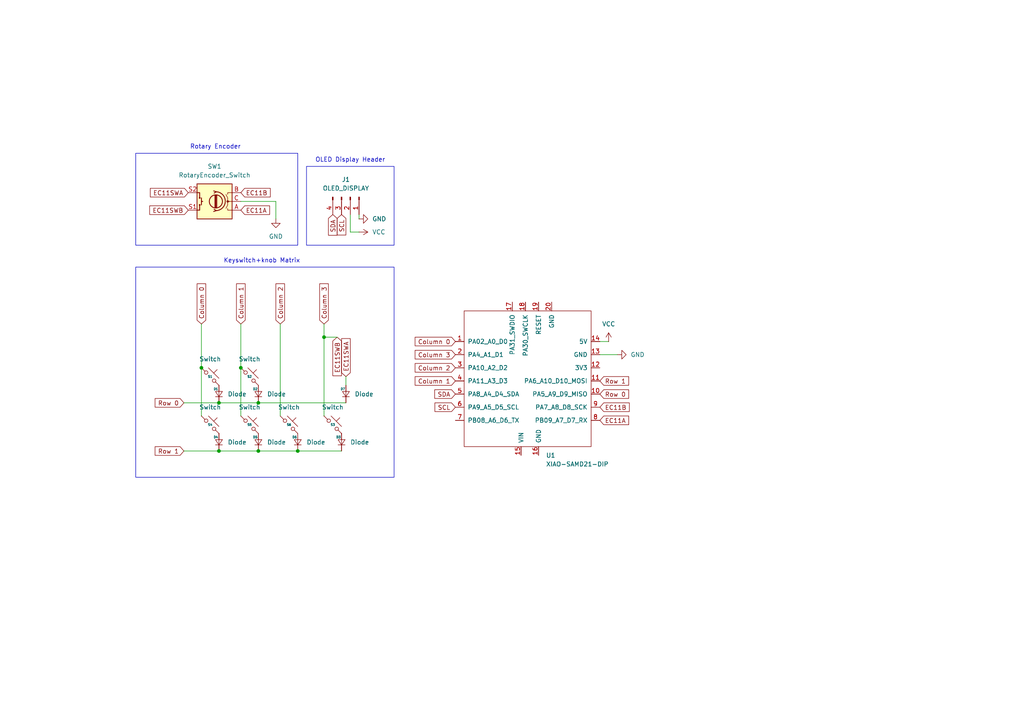
<source format=kicad_sch>
(kicad_sch
	(version 20250114)
	(generator "eeschema")
	(generator_version "9.0")
	(uuid "d2410c98-db6a-4653-9d0f-ec25b8da0a60")
	(paper "A4")
	(lib_symbols
		(symbol "Connector:Conn_01x04_Pin"
			(pin_names
				(offset 1.016)
				(hide yes)
			)
			(exclude_from_sim no)
			(in_bom yes)
			(on_board yes)
			(property "Reference" "J"
				(at 0 5.08 0)
				(effects
					(font
						(size 1.27 1.27)
					)
				)
			)
			(property "Value" "Conn_01x04_Pin"
				(at 0 -7.62 0)
				(effects
					(font
						(size 1.27 1.27)
					)
				)
			)
			(property "Footprint" ""
				(at 0 0 0)
				(effects
					(font
						(size 1.27 1.27)
					)
					(hide yes)
				)
			)
			(property "Datasheet" "~"
				(at 0 0 0)
				(effects
					(font
						(size 1.27 1.27)
					)
					(hide yes)
				)
			)
			(property "Description" "Generic connector, single row, 01x04, script generated"
				(at 0 0 0)
				(effects
					(font
						(size 1.27 1.27)
					)
					(hide yes)
				)
			)
			(property "ki_locked" ""
				(at 0 0 0)
				(effects
					(font
						(size 1.27 1.27)
					)
				)
			)
			(property "ki_keywords" "connector"
				(at 0 0 0)
				(effects
					(font
						(size 1.27 1.27)
					)
					(hide yes)
				)
			)
			(property "ki_fp_filters" "Connector*:*_1x??_*"
				(at 0 0 0)
				(effects
					(font
						(size 1.27 1.27)
					)
					(hide yes)
				)
			)
			(symbol "Conn_01x04_Pin_1_1"
				(rectangle
					(start 0.8636 2.667)
					(end 0 2.413)
					(stroke
						(width 0.1524)
						(type default)
					)
					(fill
						(type outline)
					)
				)
				(rectangle
					(start 0.8636 0.127)
					(end 0 -0.127)
					(stroke
						(width 0.1524)
						(type default)
					)
					(fill
						(type outline)
					)
				)
				(rectangle
					(start 0.8636 -2.413)
					(end 0 -2.667)
					(stroke
						(width 0.1524)
						(type default)
					)
					(fill
						(type outline)
					)
				)
				(rectangle
					(start 0.8636 -4.953)
					(end 0 -5.207)
					(stroke
						(width 0.1524)
						(type default)
					)
					(fill
						(type outline)
					)
				)
				(polyline
					(pts
						(xy 1.27 2.54) (xy 0.8636 2.54)
					)
					(stroke
						(width 0.1524)
						(type default)
					)
					(fill
						(type none)
					)
				)
				(polyline
					(pts
						(xy 1.27 0) (xy 0.8636 0)
					)
					(stroke
						(width 0.1524)
						(type default)
					)
					(fill
						(type none)
					)
				)
				(polyline
					(pts
						(xy 1.27 -2.54) (xy 0.8636 -2.54)
					)
					(stroke
						(width 0.1524)
						(type default)
					)
					(fill
						(type none)
					)
				)
				(polyline
					(pts
						(xy 1.27 -5.08) (xy 0.8636 -5.08)
					)
					(stroke
						(width 0.1524)
						(type default)
					)
					(fill
						(type none)
					)
				)
				(pin passive line
					(at 5.08 2.54 180)
					(length 3.81)
					(name "Pin_1"
						(effects
							(font
								(size 1.27 1.27)
							)
						)
					)
					(number "1"
						(effects
							(font
								(size 1.27 1.27)
							)
						)
					)
				)
				(pin passive line
					(at 5.08 0 180)
					(length 3.81)
					(name "Pin_2"
						(effects
							(font
								(size 1.27 1.27)
							)
						)
					)
					(number "2"
						(effects
							(font
								(size 1.27 1.27)
							)
						)
					)
				)
				(pin passive line
					(at 5.08 -2.54 180)
					(length 3.81)
					(name "Pin_3"
						(effects
							(font
								(size 1.27 1.27)
							)
						)
					)
					(number "3"
						(effects
							(font
								(size 1.27 1.27)
							)
						)
					)
				)
				(pin passive line
					(at 5.08 -5.08 180)
					(length 3.81)
					(name "Pin_4"
						(effects
							(font
								(size 1.27 1.27)
							)
						)
					)
					(number "4"
						(effects
							(font
								(size 1.27 1.27)
							)
						)
					)
				)
			)
			(embedded_fonts no)
		)
		(symbol "Device:RotaryEncoder_Switch"
			(pin_names
				(offset 0.254)
				(hide yes)
			)
			(exclude_from_sim no)
			(in_bom yes)
			(on_board yes)
			(property "Reference" "SW"
				(at 0 6.604 0)
				(effects
					(font
						(size 1.27 1.27)
					)
				)
			)
			(property "Value" "RotaryEncoder_Switch"
				(at 0 -6.604 0)
				(effects
					(font
						(size 1.27 1.27)
					)
				)
			)
			(property "Footprint" ""
				(at -3.81 4.064 0)
				(effects
					(font
						(size 1.27 1.27)
					)
					(hide yes)
				)
			)
			(property "Datasheet" "~"
				(at 0 6.604 0)
				(effects
					(font
						(size 1.27 1.27)
					)
					(hide yes)
				)
			)
			(property "Description" "Rotary encoder, dual channel, incremental quadrate outputs, with switch"
				(at 0 0 0)
				(effects
					(font
						(size 1.27 1.27)
					)
					(hide yes)
				)
			)
			(property "ki_keywords" "rotary switch encoder switch push button"
				(at 0 0 0)
				(effects
					(font
						(size 1.27 1.27)
					)
					(hide yes)
				)
			)
			(property "ki_fp_filters" "RotaryEncoder*Switch*"
				(at 0 0 0)
				(effects
					(font
						(size 1.27 1.27)
					)
					(hide yes)
				)
			)
			(symbol "RotaryEncoder_Switch_0_1"
				(rectangle
					(start -5.08 5.08)
					(end 5.08 -5.08)
					(stroke
						(width 0.254)
						(type default)
					)
					(fill
						(type background)
					)
				)
				(polyline
					(pts
						(xy -5.08 2.54) (xy -3.81 2.54) (xy -3.81 2.032)
					)
					(stroke
						(width 0)
						(type default)
					)
					(fill
						(type none)
					)
				)
				(polyline
					(pts
						(xy -5.08 0) (xy -3.81 0) (xy -3.81 -1.016) (xy -3.302 -2.032)
					)
					(stroke
						(width 0)
						(type default)
					)
					(fill
						(type none)
					)
				)
				(polyline
					(pts
						(xy -5.08 -2.54) (xy -3.81 -2.54) (xy -3.81 -2.032)
					)
					(stroke
						(width 0)
						(type default)
					)
					(fill
						(type none)
					)
				)
				(polyline
					(pts
						(xy -4.318 0) (xy -3.81 0) (xy -3.81 1.016) (xy -3.302 2.032)
					)
					(stroke
						(width 0)
						(type default)
					)
					(fill
						(type none)
					)
				)
				(circle
					(center -3.81 0)
					(radius 0.254)
					(stroke
						(width 0)
						(type default)
					)
					(fill
						(type outline)
					)
				)
				(polyline
					(pts
						(xy -0.635 -1.778) (xy -0.635 1.778)
					)
					(stroke
						(width 0.254)
						(type default)
					)
					(fill
						(type none)
					)
				)
				(circle
					(center -0.381 0)
					(radius 1.905)
					(stroke
						(width 0.254)
						(type default)
					)
					(fill
						(type none)
					)
				)
				(polyline
					(pts
						(xy -0.381 -1.778) (xy -0.381 1.778)
					)
					(stroke
						(width 0.254)
						(type default)
					)
					(fill
						(type none)
					)
				)
				(arc
					(start -0.381 -2.794)
					(mid -3.0988 -0.0635)
					(end -0.381 2.667)
					(stroke
						(width 0.254)
						(type default)
					)
					(fill
						(type none)
					)
				)
				(polyline
					(pts
						(xy -0.127 1.778) (xy -0.127 -1.778)
					)
					(stroke
						(width 0.254)
						(type default)
					)
					(fill
						(type none)
					)
				)
				(polyline
					(pts
						(xy 0.254 2.921) (xy -0.508 2.667) (xy 0.127 2.286)
					)
					(stroke
						(width 0.254)
						(type default)
					)
					(fill
						(type none)
					)
				)
				(polyline
					(pts
						(xy 0.254 -3.048) (xy -0.508 -2.794) (xy 0.127 -2.413)
					)
					(stroke
						(width 0.254)
						(type default)
					)
					(fill
						(type none)
					)
				)
				(polyline
					(pts
						(xy 3.81 1.016) (xy 3.81 -1.016)
					)
					(stroke
						(width 0.254)
						(type default)
					)
					(fill
						(type none)
					)
				)
				(polyline
					(pts
						(xy 3.81 0) (xy 3.429 0)
					)
					(stroke
						(width 0.254)
						(type default)
					)
					(fill
						(type none)
					)
				)
				(circle
					(center 4.318 1.016)
					(radius 0.127)
					(stroke
						(width 0.254)
						(type default)
					)
					(fill
						(type none)
					)
				)
				(circle
					(center 4.318 -1.016)
					(radius 0.127)
					(stroke
						(width 0.254)
						(type default)
					)
					(fill
						(type none)
					)
				)
				(polyline
					(pts
						(xy 5.08 2.54) (xy 4.318 2.54) (xy 4.318 1.016)
					)
					(stroke
						(width 0.254)
						(type default)
					)
					(fill
						(type none)
					)
				)
				(polyline
					(pts
						(xy 5.08 -2.54) (xy 4.318 -2.54) (xy 4.318 -1.016)
					)
					(stroke
						(width 0.254)
						(type default)
					)
					(fill
						(type none)
					)
				)
			)
			(symbol "RotaryEncoder_Switch_1_1"
				(pin passive line
					(at -7.62 2.54 0)
					(length 2.54)
					(name "A"
						(effects
							(font
								(size 1.27 1.27)
							)
						)
					)
					(number "A"
						(effects
							(font
								(size 1.27 1.27)
							)
						)
					)
				)
				(pin passive line
					(at -7.62 0 0)
					(length 2.54)
					(name "C"
						(effects
							(font
								(size 1.27 1.27)
							)
						)
					)
					(number "C"
						(effects
							(font
								(size 1.27 1.27)
							)
						)
					)
				)
				(pin passive line
					(at -7.62 -2.54 0)
					(length 2.54)
					(name "B"
						(effects
							(font
								(size 1.27 1.27)
							)
						)
					)
					(number "B"
						(effects
							(font
								(size 1.27 1.27)
							)
						)
					)
				)
				(pin passive line
					(at 7.62 2.54 180)
					(length 2.54)
					(name "S1"
						(effects
							(font
								(size 1.27 1.27)
							)
						)
					)
					(number "S1"
						(effects
							(font
								(size 1.27 1.27)
							)
						)
					)
				)
				(pin passive line
					(at 7.62 -2.54 180)
					(length 2.54)
					(name "S2"
						(effects
							(font
								(size 1.27 1.27)
							)
						)
					)
					(number "S2"
						(effects
							(font
								(size 1.27 1.27)
							)
						)
					)
				)
			)
			(embedded_fonts no)
		)
		(symbol "ScottoKeebs:Placeholder_Diode"
			(pin_numbers
				(hide yes)
			)
			(pin_names
				(hide yes)
			)
			(exclude_from_sim no)
			(in_bom yes)
			(on_board yes)
			(property "Reference" "D"
				(at -0.15 1.066 0)
				(do_not_autoplace)
				(effects
					(font
						(size 0.635 0.635)
						(thickness 0.127)
						(bold yes)
					)
					(justify right bottom)
				)
			)
			(property "Value" ""
				(at 2.54 0 90)
				(effects
					(font
						(size 1.27 1.27)
					)
				)
			)
			(property "Footprint" ""
				(at 0 0 90)
				(effects
					(font
						(size 1.27 1.27)
					)
					(hide yes)
				)
			)
			(property "Datasheet" ""
				(at 0 0 90)
				(effects
					(font
						(size 1.27 1.27)
					)
					(hide yes)
				)
			)
			(property "Description" ""
				(at 3.81 0 90)
				(effects
					(font
						(size 1.27 1.27)
					)
					(hide yes)
				)
			)
			(property "ki_keywords" "diode"
				(at 0 0 0)
				(effects
					(font
						(size 1.27 1.27)
					)
					(hide yes)
				)
			)
			(property "ki_fp_filters" "D*DO?35*"
				(at 0 0 0)
				(effects
					(font
						(size 1.27 1.27)
					)
					(hide yes)
				)
			)
			(symbol "Placeholder_Diode_0_1"
				(polyline
					(pts
						(xy 0 -0.762) (xy 0 0.762)
					)
					(stroke
						(width 0)
						(type default)
					)
					(fill
						(type none)
					)
				)
			)
			(symbol "Placeholder_Diode_1_1"
				(polyline
					(pts
						(xy 1.016 0.762) (xy 0 -0.762) (xy -1.016 0.762) (xy 1.016 0.762)
					)
					(stroke
						(width 0.1524)
						(type default)
					)
					(fill
						(type none)
					)
				)
				(polyline
					(pts
						(xy 1.016 -0.762) (xy -1.016 -0.762)
					)
					(stroke
						(width 0.1524)
						(type default)
					)
					(fill
						(type none)
					)
				)
				(pin passive line
					(at 0 2.54 270)
					(length 1.778)
					(name "A"
						(effects
							(font
								(size 1.27 1.27)
							)
						)
					)
					(number "2"
						(effects
							(font
								(size 1.27 1.27)
							)
						)
					)
				)
				(pin passive line
					(at 0 -2.54 90)
					(length 1.778)
					(name "K"
						(effects
							(font
								(size 1.27 1.27)
							)
						)
					)
					(number "1"
						(effects
							(font
								(size 1.27 1.27)
							)
						)
					)
				)
			)
			(embedded_fonts no)
		)
		(symbol "ScottoKeebs:Placeholder_Keyswitch"
			(pin_numbers
				(hide yes)
			)
			(pin_names
				(offset 1.016)
				(hide yes)
			)
			(exclude_from_sim no)
			(in_bom yes)
			(on_board yes)
			(property "Reference" "S"
				(at 0 0 0)
				(do_not_autoplace)
				(effects
					(font
						(size 0.635 0.635)
						(thickness 0.127)
						(bold yes)
					)
				)
			)
			(property "Value" ""
				(at 0 -3.81 0)
				(effects
					(font
						(size 1.27 1.27)
					)
				)
			)
			(property "Footprint" ""
				(at 0 0 0)
				(effects
					(font
						(size 1.27 1.27)
					)
					(hide yes)
				)
			)
			(property "Datasheet" ""
				(at -2.54 -1.778 0)
				(effects
					(font
						(size 1.27 1.27)
					)
					(hide yes)
				)
			)
			(property "Description" ""
				(at 0 0 0)
				(effects
					(font
						(size 1.27 1.27)
					)
					(hide yes)
				)
			)
			(property "ki_keywords" "switch normally-open pushbutton push-button"
				(at 0 0 0)
				(effects
					(font
						(size 1.27 1.27)
					)
					(hide yes)
				)
			)
			(symbol "Placeholder_Keyswitch_0_1"
				(polyline
					(pts
						(xy -2.54 2.54) (xy -1.524 1.524) (xy -1.524 1.524)
					)
					(stroke
						(width 0)
						(type default)
					)
					(fill
						(type none)
					)
				)
				(circle
					(center -1.1684 1.1684)
					(radius 0.508)
					(stroke
						(width 0)
						(type default)
					)
					(fill
						(type none)
					)
				)
				(polyline
					(pts
						(xy -0.508 2.54) (xy 2.54 -0.508)
					)
					(stroke
						(width 0)
						(type default)
					)
					(fill
						(type none)
					)
				)
				(polyline
					(pts
						(xy 1.016 1.016) (xy 2.032 2.032)
					)
					(stroke
						(width 0)
						(type default)
					)
					(fill
						(type none)
					)
				)
				(circle
					(center 1.143 -1.1938)
					(radius 0.508)
					(stroke
						(width 0)
						(type default)
					)
					(fill
						(type none)
					)
				)
				(polyline
					(pts
						(xy 1.524 -1.524) (xy 2.54 -2.54) (xy 2.54 -2.54) (xy 2.54 -2.54)
					)
					(stroke
						(width 0)
						(type default)
					)
					(fill
						(type none)
					)
				)
				(pin passive line
					(at -2.54 2.54 0)
					(length 0)
					(name "1"
						(effects
							(font
								(size 1.27 1.27)
							)
						)
					)
					(number "1"
						(effects
							(font
								(size 1.27 1.27)
							)
						)
					)
				)
				(pin passive line
					(at 2.54 -2.54 180)
					(length 0)
					(name "2"
						(effects
							(font
								(size 1.27 1.27)
							)
						)
					)
					(number "2"
						(effects
							(font
								(size 1.27 1.27)
							)
						)
					)
				)
			)
			(embedded_fonts no)
		)
		(symbol "Seeed_Studio_XIAO_Series:XIAO-SAMD21-SMD"
			(pin_names
				(offset 1.016)
			)
			(exclude_from_sim no)
			(in_bom yes)
			(on_board yes)
			(property "Reference" "U"
				(at -18.542 23.114 0)
				(effects
					(font
						(size 1.27 1.27)
					)
				)
			)
			(property "Value" "XIAO-SAMD21-SMD"
				(at -9.906 21.336 0)
				(effects
					(font
						(size 1.27 1.27)
					)
				)
			)
			(property "Footprint" ""
				(at -8.89 5.08 0)
				(effects
					(font
						(size 1.27 1.27)
					)
					(hide yes)
				)
			)
			(property "Datasheet" ""
				(at -8.89 5.08 0)
				(effects
					(font
						(size 1.27 1.27)
					)
					(hide yes)
				)
			)
			(property "Description" ""
				(at 0 0 0)
				(effects
					(font
						(size 1.27 1.27)
					)
					(hide yes)
				)
			)
			(symbol "XIAO-SAMD21-SMD_0_1"
				(rectangle
					(start -19.05 20.32)
					(end 17.78 -19.05)
					(stroke
						(width 0)
						(type default)
					)
					(fill
						(type none)
					)
				)
			)
			(symbol "XIAO-SAMD21-SMD_1_1"
				(pin passive line
					(at -21.59 11.43 0)
					(length 2.54)
					(name "PA02_A0_D0"
						(effects
							(font
								(size 1.27 1.27)
							)
						)
					)
					(number "1"
						(effects
							(font
								(size 1.27 1.27)
							)
						)
					)
				)
				(pin passive line
					(at -21.59 7.62 0)
					(length 2.54)
					(name "PA4_A1_D1"
						(effects
							(font
								(size 1.27 1.27)
							)
						)
					)
					(number "2"
						(effects
							(font
								(size 1.27 1.27)
							)
						)
					)
				)
				(pin passive line
					(at -21.59 3.81 0)
					(length 2.54)
					(name "PA10_A2_D2"
						(effects
							(font
								(size 1.27 1.27)
							)
						)
					)
					(number "3"
						(effects
							(font
								(size 1.27 1.27)
							)
						)
					)
				)
				(pin passive line
					(at -21.59 0 0)
					(length 2.54)
					(name "PA11_A3_D3"
						(effects
							(font
								(size 1.27 1.27)
							)
						)
					)
					(number "4"
						(effects
							(font
								(size 1.27 1.27)
							)
						)
					)
				)
				(pin passive line
					(at -21.59 -3.81 0)
					(length 2.54)
					(name "PA8_A4_D4_SDA"
						(effects
							(font
								(size 1.27 1.27)
							)
						)
					)
					(number "5"
						(effects
							(font
								(size 1.27 1.27)
							)
						)
					)
				)
				(pin passive line
					(at -21.59 -7.62 0)
					(length 2.54)
					(name "PA9_A5_D5_SCL"
						(effects
							(font
								(size 1.27 1.27)
							)
						)
					)
					(number "6"
						(effects
							(font
								(size 1.27 1.27)
							)
						)
					)
				)
				(pin passive line
					(at -21.59 -11.43 0)
					(length 2.54)
					(name "PB08_A6_D6_TX"
						(effects
							(font
								(size 1.27 1.27)
							)
						)
					)
					(number "7"
						(effects
							(font
								(size 1.27 1.27)
							)
						)
					)
				)
				(pin passive line
					(at -5.08 22.86 270)
					(length 2.54)
					(name "PA31_SWDIO"
						(effects
							(font
								(size 1.27 1.27)
							)
						)
					)
					(number "17"
						(effects
							(font
								(size 1.27 1.27)
							)
						)
					)
				)
				(pin passive line
					(at -2.54 -21.59 90)
					(length 2.54)
					(name "VIN"
						(effects
							(font
								(size 1.27 1.27)
							)
						)
					)
					(number "15"
						(effects
							(font
								(size 1.27 1.27)
							)
						)
					)
				)
				(pin passive line
					(at -1.27 22.86 270)
					(length 2.54)
					(name "PA30_SWCLK"
						(effects
							(font
								(size 1.27 1.27)
							)
						)
					)
					(number "18"
						(effects
							(font
								(size 1.27 1.27)
							)
						)
					)
				)
				(pin passive line
					(at 2.54 22.86 270)
					(length 2.54)
					(name "RESET"
						(effects
							(font
								(size 1.27 1.27)
							)
						)
					)
					(number "19"
						(effects
							(font
								(size 1.27 1.27)
							)
						)
					)
				)
				(pin passive line
					(at 2.54 -21.59 90)
					(length 2.54)
					(name "GND"
						(effects
							(font
								(size 1.27 1.27)
							)
						)
					)
					(number "16"
						(effects
							(font
								(size 1.27 1.27)
							)
						)
					)
				)
				(pin passive line
					(at 6.35 22.86 270)
					(length 2.54)
					(name "GND"
						(effects
							(font
								(size 1.27 1.27)
							)
						)
					)
					(number "20"
						(effects
							(font
								(size 1.27 1.27)
							)
						)
					)
				)
				(pin passive line
					(at 20.32 11.43 180)
					(length 2.54)
					(name "5V"
						(effects
							(font
								(size 1.27 1.27)
							)
						)
					)
					(number "14"
						(effects
							(font
								(size 1.27 1.27)
							)
						)
					)
				)
				(pin passive line
					(at 20.32 7.62 180)
					(length 2.54)
					(name "GND"
						(effects
							(font
								(size 1.27 1.27)
							)
						)
					)
					(number "13"
						(effects
							(font
								(size 1.27 1.27)
							)
						)
					)
				)
				(pin passive line
					(at 20.32 3.81 180)
					(length 2.54)
					(name "3V3"
						(effects
							(font
								(size 1.27 1.27)
							)
						)
					)
					(number "12"
						(effects
							(font
								(size 1.27 1.27)
							)
						)
					)
				)
				(pin passive line
					(at 20.32 0 180)
					(length 2.54)
					(name "PA6_A10_D10_MOSI"
						(effects
							(font
								(size 1.27 1.27)
							)
						)
					)
					(number "11"
						(effects
							(font
								(size 1.27 1.27)
							)
						)
					)
				)
				(pin passive line
					(at 20.32 -3.81 180)
					(length 2.54)
					(name "PA5_A9_D9_MISO"
						(effects
							(font
								(size 1.27 1.27)
							)
						)
					)
					(number "10"
						(effects
							(font
								(size 1.27 1.27)
							)
						)
					)
				)
				(pin passive line
					(at 20.32 -7.62 180)
					(length 2.54)
					(name "PA7_A8_D8_SCK"
						(effects
							(font
								(size 1.27 1.27)
							)
						)
					)
					(number "9"
						(effects
							(font
								(size 1.27 1.27)
							)
						)
					)
				)
				(pin passive line
					(at 20.32 -11.43 180)
					(length 2.54)
					(name "PB09_A7_D7_RX"
						(effects
							(font
								(size 1.27 1.27)
							)
						)
					)
					(number "8"
						(effects
							(font
								(size 1.27 1.27)
							)
						)
					)
				)
			)
			(embedded_fonts no)
		)
		(symbol "power:GND"
			(power)
			(pin_numbers
				(hide yes)
			)
			(pin_names
				(offset 0)
				(hide yes)
			)
			(exclude_from_sim no)
			(in_bom yes)
			(on_board yes)
			(property "Reference" "#PWR"
				(at 0 -6.35 0)
				(effects
					(font
						(size 1.27 1.27)
					)
					(hide yes)
				)
			)
			(property "Value" "GND"
				(at 0 -3.81 0)
				(effects
					(font
						(size 1.27 1.27)
					)
				)
			)
			(property "Footprint" ""
				(at 0 0 0)
				(effects
					(font
						(size 1.27 1.27)
					)
					(hide yes)
				)
			)
			(property "Datasheet" ""
				(at 0 0 0)
				(effects
					(font
						(size 1.27 1.27)
					)
					(hide yes)
				)
			)
			(property "Description" "Power symbol creates a global label with name \"GND\" , ground"
				(at 0 0 0)
				(effects
					(font
						(size 1.27 1.27)
					)
					(hide yes)
				)
			)
			(property "ki_keywords" "global power"
				(at 0 0 0)
				(effects
					(font
						(size 1.27 1.27)
					)
					(hide yes)
				)
			)
			(symbol "GND_0_1"
				(polyline
					(pts
						(xy 0 0) (xy 0 -1.27) (xy 1.27 -1.27) (xy 0 -2.54) (xy -1.27 -1.27) (xy 0 -1.27)
					)
					(stroke
						(width 0)
						(type default)
					)
					(fill
						(type none)
					)
				)
			)
			(symbol "GND_1_1"
				(pin power_in line
					(at 0 0 270)
					(length 0)
					(name "~"
						(effects
							(font
								(size 1.27 1.27)
							)
						)
					)
					(number "1"
						(effects
							(font
								(size 1.27 1.27)
							)
						)
					)
				)
			)
			(embedded_fonts no)
		)
		(symbol "power:VCC"
			(power)
			(pin_numbers
				(hide yes)
			)
			(pin_names
				(offset 0)
				(hide yes)
			)
			(exclude_from_sim no)
			(in_bom yes)
			(on_board yes)
			(property "Reference" "#PWR"
				(at 0 -3.81 0)
				(effects
					(font
						(size 1.27 1.27)
					)
					(hide yes)
				)
			)
			(property "Value" "VCC"
				(at 0 3.556 0)
				(effects
					(font
						(size 1.27 1.27)
					)
				)
			)
			(property "Footprint" ""
				(at 0 0 0)
				(effects
					(font
						(size 1.27 1.27)
					)
					(hide yes)
				)
			)
			(property "Datasheet" ""
				(at 0 0 0)
				(effects
					(font
						(size 1.27 1.27)
					)
					(hide yes)
				)
			)
			(property "Description" "Power symbol creates a global label with name \"VCC\""
				(at 0 0 0)
				(effects
					(font
						(size 1.27 1.27)
					)
					(hide yes)
				)
			)
			(property "ki_keywords" "global power"
				(at 0 0 0)
				(effects
					(font
						(size 1.27 1.27)
					)
					(hide yes)
				)
			)
			(symbol "VCC_0_1"
				(polyline
					(pts
						(xy -0.762 1.27) (xy 0 2.54)
					)
					(stroke
						(width 0)
						(type default)
					)
					(fill
						(type none)
					)
				)
				(polyline
					(pts
						(xy 0 2.54) (xy 0.762 1.27)
					)
					(stroke
						(width 0)
						(type default)
					)
					(fill
						(type none)
					)
				)
				(polyline
					(pts
						(xy 0 0) (xy 0 2.54)
					)
					(stroke
						(width 0)
						(type default)
					)
					(fill
						(type none)
					)
				)
			)
			(symbol "VCC_1_1"
				(pin power_in line
					(at 0 0 90)
					(length 0)
					(name "~"
						(effects
							(font
								(size 1.27 1.27)
							)
						)
					)
					(number "1"
						(effects
							(font
								(size 1.27 1.27)
							)
						)
					)
				)
			)
			(embedded_fonts no)
		)
	)
	(rectangle
		(start 39.37 77.47)
		(end 114.3 138.43)
		(stroke
			(width 0)
			(type default)
		)
		(fill
			(type none)
		)
		(uuid 664db24e-ccf5-4315-a4a9-d5a0d0b0fd3f)
	)
	(rectangle
		(start 113.03 138.43)
		(end 113.03 138.43)
		(stroke
			(width 0)
			(type default)
		)
		(fill
			(type none)
		)
		(uuid 7f77b6d4-7cd9-49f3-b8f8-8cb4eba97402)
	)
	(rectangle
		(start 88.9 48.26)
		(end 114.3 71.12)
		(stroke
			(width 0)
			(type default)
		)
		(fill
			(type none)
		)
		(uuid 936786d2-71dc-4cc9-849a-eead83439fa8)
	)
	(rectangle
		(start 39.37 44.45)
		(end 86.36 71.12)
		(stroke
			(width 0)
			(type default)
		)
		(fill
			(type none)
		)
		(uuid acc3e9c4-9af4-40d4-bab3-ba96061c9f20)
	)
	(text "OLED Display Header\n\n"
		(exclude_from_sim no)
		(at 101.6 47.498 0)
		(effects
			(font
				(size 1.27 1.27)
			)
		)
		(uuid "214f9253-b228-4586-8ec2-13fc087ceda2")
	)
	(text "Rotary Encoder"
		(exclude_from_sim no)
		(at 62.484 42.672 0)
		(effects
			(font
				(size 1.27 1.27)
			)
		)
		(uuid "a113ffd6-54d1-4031-8ec0-647beb15d6da")
	)
	(text "Keyswitch+knob Matrix"
		(exclude_from_sim no)
		(at 75.946 75.692 0)
		(effects
			(font
				(size 1.27 1.27)
			)
		)
		(uuid "a657647c-c401-409a-b771-5dc29a1e1866")
	)
	(junction
		(at 63.5 116.84)
		(diameter 0)
		(color 0 0 0 0)
		(uuid "04e88fda-5e83-40c1-9589-a257db4dba94")
	)
	(junction
		(at 58.42 106.68)
		(diameter 0)
		(color 0 0 0 0)
		(uuid "1125c200-6c43-4bc3-b17b-d2f86adb3dd4")
	)
	(junction
		(at 74.93 130.81)
		(diameter 0)
		(color 0 0 0 0)
		(uuid "41a96a1a-680c-4de7-9c1f-eac7d126a94a")
	)
	(junction
		(at 63.5 130.81)
		(diameter 0)
		(color 0 0 0 0)
		(uuid "949fecab-3bb8-4907-8cd4-6eae87c0e437")
	)
	(junction
		(at 69.85 106.68)
		(diameter 0)
		(color 0 0 0 0)
		(uuid "a3c6f38c-b8d0-4d37-a9ee-925cd441d816")
	)
	(junction
		(at 86.36 130.81)
		(diameter 0)
		(color 0 0 0 0)
		(uuid "b39e8c33-e6d8-4c18-9218-dab6e4f3db48")
	)
	(junction
		(at 93.98 97.79)
		(diameter 0)
		(color 0 0 0 0)
		(uuid "dac6c632-c996-450b-b76e-66e9ef30c706")
	)
	(junction
		(at 74.93 116.84)
		(diameter 0)
		(color 0 0 0 0)
		(uuid "f4c90af9-7bb7-443e-94aa-8e0d028636c0")
	)
	(wire
		(pts
			(xy 93.98 93.98) (xy 93.98 97.79)
		)
		(stroke
			(width 0)
			(type default)
		)
		(uuid "01bda0b5-165c-42a4-96bd-862f4e7b5f01")
	)
	(wire
		(pts
			(xy 74.93 130.81) (xy 86.36 130.81)
		)
		(stroke
			(width 0)
			(type default)
		)
		(uuid "0c6393cc-9d66-46db-bdb5-7e4c45d3a574")
	)
	(wire
		(pts
			(xy 104.14 63.5) (xy 104.14 62.23)
		)
		(stroke
			(width 0)
			(type default)
		)
		(uuid "126d0020-ae9a-4989-b824-fe06fe1967d0")
	)
	(wire
		(pts
			(xy 80.01 58.42) (xy 80.01 63.5)
		)
		(stroke
			(width 0)
			(type default)
		)
		(uuid "211e1ab7-fb72-4528-acc2-7542f90013d8")
	)
	(wire
		(pts
			(xy 101.6 62.23) (xy 101.6 67.31)
		)
		(stroke
			(width 0)
			(type default)
		)
		(uuid "2d9abc2d-d5ff-40f9-befd-4b89243d4e60")
	)
	(wire
		(pts
			(xy 69.85 58.42) (xy 80.01 58.42)
		)
		(stroke
			(width 0)
			(type default)
		)
		(uuid "3d944907-2dd7-41b7-ad81-7465fc8ca3ea")
	)
	(wire
		(pts
			(xy 58.42 93.98) (xy 58.42 106.68)
		)
		(stroke
			(width 0)
			(type default)
		)
		(uuid "477b6ada-2f97-4501-aebb-cd140fb69ec4")
	)
	(wire
		(pts
			(xy 104.14 67.31) (xy 101.6 67.31)
		)
		(stroke
			(width 0)
			(type default)
		)
		(uuid "4dece415-d75f-45dc-a22b-cbbb23eaa202")
	)
	(wire
		(pts
			(xy 176.53 99.06) (xy 173.99 99.06)
		)
		(stroke
			(width 0)
			(type default)
		)
		(uuid "52e19474-b224-49f4-a178-c339fb07d8a3")
	)
	(wire
		(pts
			(xy 100.33 111.76) (xy 100.33 109.22)
		)
		(stroke
			(width 0)
			(type default)
		)
		(uuid "55ca11d3-1409-4584-9408-ffb89fda64f6")
	)
	(wire
		(pts
			(xy 63.5 130.81) (xy 74.93 130.81)
		)
		(stroke
			(width 0)
			(type default)
		)
		(uuid "6b98595b-ca02-42fb-98ce-9f95b4a7030a")
	)
	(wire
		(pts
			(xy 93.98 97.79) (xy 93.98 120.65)
		)
		(stroke
			(width 0)
			(type default)
		)
		(uuid "725353be-c220-4dcd-a60f-5f86ceb0c251")
	)
	(wire
		(pts
			(xy 179.07 102.87) (xy 173.99 102.87)
		)
		(stroke
			(width 0)
			(type default)
		)
		(uuid "76f644eb-f703-4a3c-90d3-6e261e69ca06")
	)
	(wire
		(pts
			(xy 93.98 97.79) (xy 97.79 97.79)
		)
		(stroke
			(width 0)
			(type default)
		)
		(uuid "92670617-371b-4c22-a324-bfe8cc365c3e")
	)
	(wire
		(pts
			(xy 53.34 130.81) (xy 63.5 130.81)
		)
		(stroke
			(width 0)
			(type default)
		)
		(uuid "97a31b9f-cfa3-4485-b037-bbbc087d8e99")
	)
	(wire
		(pts
			(xy 69.85 93.98) (xy 69.85 106.68)
		)
		(stroke
			(width 0)
			(type default)
		)
		(uuid "b2c44b06-0a61-4ffb-ae13-662a7f34eac5")
	)
	(wire
		(pts
			(xy 63.5 116.84) (xy 53.34 116.84)
		)
		(stroke
			(width 0)
			(type default)
		)
		(uuid "b8bed538-b701-4f20-80dd-9b4837d1a00f")
	)
	(wire
		(pts
			(xy 69.85 106.68) (xy 69.85 120.65)
		)
		(stroke
			(width 0)
			(type default)
		)
		(uuid "ba5d8a28-3441-494d-b738-b97ebd414a78")
	)
	(wire
		(pts
			(xy 63.5 116.84) (xy 74.93 116.84)
		)
		(stroke
			(width 0)
			(type default)
		)
		(uuid "d0a829cf-315d-424f-a502-f42edb2e01f0")
	)
	(wire
		(pts
			(xy 58.42 106.68) (xy 58.42 120.65)
		)
		(stroke
			(width 0)
			(type default)
		)
		(uuid "f22aa3f4-2ff6-43f1-9c5f-95277306b41e")
	)
	(wire
		(pts
			(xy 74.93 116.84) (xy 100.33 116.84)
		)
		(stroke
			(width 0)
			(type default)
		)
		(uuid "f5afe292-0f09-4c68-9963-d8c76ef16b7c")
	)
	(wire
		(pts
			(xy 86.36 130.81) (xy 99.06 130.81)
		)
		(stroke
			(width 0)
			(type default)
		)
		(uuid "f8470c9e-9596-4e9f-94fc-29ab47163742")
	)
	(wire
		(pts
			(xy 81.28 93.98) (xy 81.28 120.65)
		)
		(stroke
			(width 0)
			(type default)
		)
		(uuid "fb5d7f8e-36dc-4e70-97b0-a66cb218bf66")
	)
	(global_label "SDA"
		(shape input)
		(at 96.52 62.23 270)
		(fields_autoplaced yes)
		(effects
			(font
				(size 1.27 1.27)
			)
			(justify right)
		)
		(uuid "0b9aa9a5-6c0a-4279-9082-290379346b00")
		(property "Intersheetrefs" "${INTERSHEET_REFS}"
			(at 96.52 68.7833 90)
			(effects
				(font
					(size 1.27 1.27)
				)
				(justify right)
				(hide yes)
			)
		)
	)
	(global_label "EC11A"
		(shape input)
		(at 173.99 121.92 0)
		(fields_autoplaced yes)
		(effects
			(font
				(size 1.27 1.27)
			)
			(justify left)
		)
		(uuid "1ea8de18-0d69-4ba3-a112-ab930fcaba60")
		(property "Intersheetrefs" "${INTERSHEET_REFS}"
			(at 182.9018 121.92 0)
			(effects
				(font
					(size 1.27 1.27)
				)
				(justify left)
				(hide yes)
			)
		)
	)
	(global_label "SCL"
		(shape input)
		(at 132.08 118.11 180)
		(fields_autoplaced yes)
		(effects
			(font
				(size 1.27 1.27)
			)
			(justify right)
		)
		(uuid "2a5201a5-6839-4fdc-a6d6-089909992773")
		(property "Intersheetrefs" "${INTERSHEET_REFS}"
			(at 125.5872 118.11 0)
			(effects
				(font
					(size 1.27 1.27)
				)
				(justify right)
				(hide yes)
			)
		)
	)
	(global_label "EC11SWB"
		(shape input)
		(at 54.61 60.96 180)
		(fields_autoplaced yes)
		(effects
			(font
				(size 1.27 1.27)
			)
			(justify right)
		)
		(uuid "300e9d94-2773-413b-804f-1c3ecf58bc86")
		(property "Intersheetrefs" "${INTERSHEET_REFS}"
			(at 42.8559 60.96 0)
			(effects
				(font
					(size 1.27 1.27)
				)
				(justify right)
				(hide yes)
			)
		)
	)
	(global_label "SCL"
		(shape input)
		(at 99.06 62.23 270)
		(fields_autoplaced yes)
		(effects
			(font
				(size 1.27 1.27)
			)
			(justify right)
		)
		(uuid "3a7e8bf3-5b8a-400d-87b9-5fd4fea57ac5")
		(property "Intersheetrefs" "${INTERSHEET_REFS}"
			(at 99.06 68.7228 90)
			(effects
				(font
					(size 1.27 1.27)
				)
				(justify right)
				(hide yes)
			)
		)
	)
	(global_label "Column 3"
		(shape input)
		(at 93.98 93.98 90)
		(fields_autoplaced yes)
		(effects
			(font
				(size 1.27 1.27)
			)
			(justify left)
		)
		(uuid "3aeb6067-0136-4ac9-b23a-dcef36ef1fbe")
		(property "Intersheetrefs" "${INTERSHEET_REFS}"
			(at 93.98 81.7422 90)
			(effects
				(font
					(size 1.27 1.27)
				)
				(justify left)
				(hide yes)
			)
		)
	)
	(global_label "Column 3"
		(shape input)
		(at 132.08 102.87 180)
		(fields_autoplaced yes)
		(effects
			(font
				(size 1.27 1.27)
			)
			(justify right)
		)
		(uuid "402001e6-8118-43c4-a471-6e2e4a82273d")
		(property "Intersheetrefs" "${INTERSHEET_REFS}"
			(at 119.8422 102.87 0)
			(effects
				(font
					(size 1.27 1.27)
				)
				(justify right)
				(hide yes)
			)
		)
	)
	(global_label "EC11B"
		(shape input)
		(at 69.85 55.88 0)
		(fields_autoplaced yes)
		(effects
			(font
				(size 1.27 1.27)
			)
			(justify left)
		)
		(uuid "4231b29c-19c4-482f-8bbc-cb9e40d5a335")
		(property "Intersheetrefs" "${INTERSHEET_REFS}"
			(at 78.9432 55.88 0)
			(effects
				(font
					(size 1.27 1.27)
				)
				(justify left)
				(hide yes)
			)
		)
	)
	(global_label "Column 1"
		(shape input)
		(at 132.08 110.49 180)
		(fields_autoplaced yes)
		(effects
			(font
				(size 1.27 1.27)
			)
			(justify right)
		)
		(uuid "4e1fa3a9-e4ce-45ce-b630-b4822cb06403")
		(property "Intersheetrefs" "${INTERSHEET_REFS}"
			(at 119.8422 110.49 0)
			(effects
				(font
					(size 1.27 1.27)
				)
				(justify right)
				(hide yes)
			)
		)
	)
	(global_label "Column 0"
		(shape input)
		(at 58.42 93.98 90)
		(fields_autoplaced yes)
		(effects
			(font
				(size 1.27 1.27)
			)
			(justify left)
		)
		(uuid "67934f90-ac19-440c-87dc-5eb710c65f41")
		(property "Intersheetrefs" "${INTERSHEET_REFS}"
			(at 58.42 81.7422 90)
			(effects
				(font
					(size 1.27 1.27)
				)
				(justify left)
				(hide yes)
			)
		)
	)
	(global_label "Column 1"
		(shape input)
		(at 69.85 93.98 90)
		(fields_autoplaced yes)
		(effects
			(font
				(size 1.27 1.27)
			)
			(justify left)
		)
		(uuid "7d896d03-35fa-4908-85cd-edd7e1f2a518")
		(property "Intersheetrefs" "${INTERSHEET_REFS}"
			(at 69.85 81.7422 90)
			(effects
				(font
					(size 1.27 1.27)
				)
				(justify left)
				(hide yes)
			)
		)
	)
	(global_label "EC11SWA"
		(shape input)
		(at 100.33 109.22 90)
		(fields_autoplaced yes)
		(effects
			(font
				(size 1.27 1.27)
			)
			(justify left)
		)
		(uuid "7f8e200d-5265-4898-8c13-a551cff955f9")
		(property "Intersheetrefs" "${INTERSHEET_REFS}"
			(at 100.33 97.6473 90)
			(effects
				(font
					(size 1.27 1.27)
				)
				(justify left)
				(hide yes)
			)
		)
	)
	(global_label "EC11A"
		(shape input)
		(at 69.85 60.96 0)
		(fields_autoplaced yes)
		(effects
			(font
				(size 1.27 1.27)
			)
			(justify left)
		)
		(uuid "888f6148-5870-42f5-b0bc-7d809b68d34f")
		(property "Intersheetrefs" "${INTERSHEET_REFS}"
			(at 78.7618 60.96 0)
			(effects
				(font
					(size 1.27 1.27)
				)
				(justify left)
				(hide yes)
			)
		)
	)
	(global_label "Column 2"
		(shape input)
		(at 132.08 106.68 180)
		(fields_autoplaced yes)
		(effects
			(font
				(size 1.27 1.27)
			)
			(justify right)
		)
		(uuid "8d38dfd9-7ed5-4451-a032-46feda957e6e")
		(property "Intersheetrefs" "${INTERSHEET_REFS}"
			(at 119.8422 106.68 0)
			(effects
				(font
					(size 1.27 1.27)
				)
				(justify right)
				(hide yes)
			)
		)
	)
	(global_label "EC11SWA"
		(shape input)
		(at 54.61 55.88 180)
		(fields_autoplaced yes)
		(effects
			(font
				(size 1.27 1.27)
			)
			(justify right)
		)
		(uuid "94dd1f2d-3ce1-4a20-a794-f4c11776d723")
		(property "Intersheetrefs" "${INTERSHEET_REFS}"
			(at 43.0373 55.88 0)
			(effects
				(font
					(size 1.27 1.27)
				)
				(justify right)
				(hide yes)
			)
		)
	)
	(global_label "EC11SWB"
		(shape input)
		(at 97.79 97.79 270)
		(fields_autoplaced yes)
		(effects
			(font
				(size 1.27 1.27)
			)
			(justify right)
		)
		(uuid "974c51bf-9f4a-48a5-a0df-a723c083fe29")
		(property "Intersheetrefs" "${INTERSHEET_REFS}"
			(at 97.79 109.5441 90)
			(effects
				(font
					(size 1.27 1.27)
				)
				(justify right)
				(hide yes)
			)
		)
	)
	(global_label "Column 0"
		(shape input)
		(at 132.08 99.06 180)
		(fields_autoplaced yes)
		(effects
			(font
				(size 1.27 1.27)
			)
			(justify right)
		)
		(uuid "9a2358c8-eee9-4163-8187-e1a78e8ea8f6")
		(property "Intersheetrefs" "${INTERSHEET_REFS}"
			(at 119.8422 99.06 0)
			(effects
				(font
					(size 1.27 1.27)
				)
				(justify right)
				(hide yes)
			)
		)
	)
	(global_label "Row 1"
		(shape input)
		(at 53.34 130.81 180)
		(fields_autoplaced yes)
		(effects
			(font
				(size 1.27 1.27)
			)
			(justify right)
		)
		(uuid "aa95fbec-8f40-4d9f-ba7b-acb15a7120e1")
		(property "Intersheetrefs" "${INTERSHEET_REFS}"
			(at 44.4282 130.81 0)
			(effects
				(font
					(size 1.27 1.27)
				)
				(justify right)
				(hide yes)
			)
		)
	)
	(global_label "EC11B"
		(shape input)
		(at 173.99 118.11 0)
		(fields_autoplaced yes)
		(effects
			(font
				(size 1.27 1.27)
			)
			(justify left)
		)
		(uuid "c0afb4f8-8bc4-4124-8a66-eda762a2df2e")
		(property "Intersheetrefs" "${INTERSHEET_REFS}"
			(at 183.0832 118.11 0)
			(effects
				(font
					(size 1.27 1.27)
				)
				(justify left)
				(hide yes)
			)
		)
	)
	(global_label "Column 2"
		(shape input)
		(at 81.28 93.98 90)
		(fields_autoplaced yes)
		(effects
			(font
				(size 1.27 1.27)
			)
			(justify left)
		)
		(uuid "c161d508-6b84-4e7e-b9fb-3b6ee834258b")
		(property "Intersheetrefs" "${INTERSHEET_REFS}"
			(at 81.28 81.7422 90)
			(effects
				(font
					(size 1.27 1.27)
				)
				(justify left)
				(hide yes)
			)
		)
	)
	(global_label "Row 1"
		(shape input)
		(at 173.99 110.49 0)
		(fields_autoplaced yes)
		(effects
			(font
				(size 1.27 1.27)
			)
			(justify left)
		)
		(uuid "d2dd42b2-691d-4b4d-b0bf-b8fc184604de")
		(property "Intersheetrefs" "${INTERSHEET_REFS}"
			(at 182.9018 110.49 0)
			(effects
				(font
					(size 1.27 1.27)
				)
				(justify left)
				(hide yes)
			)
		)
	)
	(global_label "Row 0"
		(shape input)
		(at 173.99 114.3 0)
		(fields_autoplaced yes)
		(effects
			(font
				(size 1.27 1.27)
			)
			(justify left)
		)
		(uuid "e09a6af4-fefa-4571-8c03-4e1d01768f72")
		(property "Intersheetrefs" "${INTERSHEET_REFS}"
			(at 182.9018 114.3 0)
			(effects
				(font
					(size 1.27 1.27)
				)
				(justify left)
				(hide yes)
			)
		)
	)
	(global_label "Row 0"
		(shape input)
		(at 53.34 116.84 180)
		(fields_autoplaced yes)
		(effects
			(font
				(size 1.27 1.27)
			)
			(justify right)
		)
		(uuid "f9960069-d6f1-4a58-8378-021d13d87e71")
		(property "Intersheetrefs" "${INTERSHEET_REFS}"
			(at 44.4282 116.84 0)
			(effects
				(font
					(size 1.27 1.27)
				)
				(justify right)
				(hide yes)
			)
		)
	)
	(global_label "SDA"
		(shape input)
		(at 132.08 114.3 180)
		(fields_autoplaced yes)
		(effects
			(font
				(size 1.27 1.27)
			)
			(justify right)
		)
		(uuid "fe54180d-f0b7-4d57-9177-2f96b520898b")
		(property "Intersheetrefs" "${INTERSHEET_REFS}"
			(at 125.5267 114.3 0)
			(effects
				(font
					(size 1.27 1.27)
				)
				(justify right)
				(hide yes)
			)
		)
	)
	(symbol
		(lib_id "ScottoKeebs:Placeholder_Diode")
		(at 74.93 114.3 0)
		(unit 1)
		(exclude_from_sim no)
		(in_bom yes)
		(on_board yes)
		(dnp no)
		(fields_autoplaced yes)
		(uuid "1da5e0ee-674f-49fb-9995-8b27e2d59ff0")
		(property "Reference" "D2"
			(at 74.78 113.234 0)
			(do_not_autoplace yes)
			(effects
				(font
					(size 0.635 0.635)
					(thickness 0.127)
					(bold yes)
				)
				(justify right bottom)
			)
		)
		(property "Value" "Diode"
			(at 77.47 114.2999 0)
			(effects
				(font
					(size 1.27 1.27)
				)
				(justify left)
			)
		)
		(property "Footprint" "ScottoKeebs_Components:Diode_DO-35"
			(at 74.93 114.3 90)
			(effects
				(font
					(size 1.27 1.27)
				)
				(hide yes)
			)
		)
		(property "Datasheet" ""
			(at 74.93 114.3 90)
			(effects
				(font
					(size 1.27 1.27)
				)
				(hide yes)
			)
		)
		(property "Description" ""
			(at 78.74 114.3 90)
			(effects
				(font
					(size 1.27 1.27)
				)
				(hide yes)
			)
		)
		(pin "1"
			(uuid "e044426b-7552-4e0b-a07e-92956ec98619")
		)
		(pin "2"
			(uuid "70a342ad-7aec-406b-95c3-36fe8e46319f")
		)
		(instances
			(project "Micro game console"
				(path "/d2410c98-db6a-4653-9d0f-ec25b8da0a60"
					(reference "D2")
					(unit 1)
				)
			)
		)
	)
	(symbol
		(lib_id "ScottoKeebs:Placeholder_Diode")
		(at 74.93 128.27 0)
		(unit 1)
		(exclude_from_sim no)
		(in_bom yes)
		(on_board yes)
		(dnp no)
		(fields_autoplaced yes)
		(uuid "23d3533c-9de9-47ec-87a0-5340503010d1")
		(property "Reference" "D5"
			(at 74.78 127.204 0)
			(do_not_autoplace yes)
			(effects
				(font
					(size 0.635 0.635)
					(thickness 0.127)
					(bold yes)
				)
				(justify right bottom)
			)
		)
		(property "Value" "Diode"
			(at 77.47 128.2699 0)
			(effects
				(font
					(size 1.27 1.27)
				)
				(justify left)
			)
		)
		(property "Footprint" "ScottoKeebs_Components:Diode_DO-35"
			(at 74.93 128.27 90)
			(effects
				(font
					(size 1.27 1.27)
				)
				(hide yes)
			)
		)
		(property "Datasheet" ""
			(at 74.93 128.27 90)
			(effects
				(font
					(size 1.27 1.27)
				)
				(hide yes)
			)
		)
		(property "Description" ""
			(at 78.74 128.27 90)
			(effects
				(font
					(size 1.27 1.27)
				)
				(hide yes)
			)
		)
		(pin "1"
			(uuid "e373c880-353a-464b-8533-b53231a852d7")
		)
		(pin "2"
			(uuid "af3b80e2-9c67-4c5e-a9de-95f01b62fed2")
		)
		(instances
			(project "Micro game console"
				(path "/d2410c98-db6a-4653-9d0f-ec25b8da0a60"
					(reference "D5")
					(unit 1)
				)
			)
		)
	)
	(symbol
		(lib_id "ScottoKeebs:Placeholder_Diode")
		(at 99.06 128.27 0)
		(unit 1)
		(exclude_from_sim no)
		(in_bom yes)
		(on_board yes)
		(dnp no)
		(fields_autoplaced yes)
		(uuid "2f241570-bb90-436b-9a51-604101eff4ec")
		(property "Reference" "D3"
			(at 98.91 127.204 0)
			(do_not_autoplace yes)
			(effects
				(font
					(size 0.635 0.635)
					(thickness 0.127)
					(bold yes)
				)
				(justify right bottom)
			)
		)
		(property "Value" "Diode"
			(at 101.6 128.2699 0)
			(effects
				(font
					(size 1.27 1.27)
				)
				(justify left)
			)
		)
		(property "Footprint" "ScottoKeebs_Components:Diode_DO-35"
			(at 99.06 128.27 90)
			(effects
				(font
					(size 1.27 1.27)
				)
				(hide yes)
			)
		)
		(property "Datasheet" ""
			(at 99.06 128.27 90)
			(effects
				(font
					(size 1.27 1.27)
				)
				(hide yes)
			)
		)
		(property "Description" ""
			(at 102.87 128.27 90)
			(effects
				(font
					(size 1.27 1.27)
				)
				(hide yes)
			)
		)
		(pin "1"
			(uuid "9ba44758-2003-4557-8d27-59b42548bfb5")
		)
		(pin "2"
			(uuid "4b070944-0110-4d5c-9388-3dc238291989")
		)
		(instances
			(project "Micro game console"
				(path "/d2410c98-db6a-4653-9d0f-ec25b8da0a60"
					(reference "D3")
					(unit 1)
				)
			)
		)
	)
	(symbol
		(lib_id "power:GND")
		(at 80.01 63.5 0)
		(unit 1)
		(exclude_from_sim no)
		(in_bom yes)
		(on_board yes)
		(dnp no)
		(fields_autoplaced yes)
		(uuid "47c3047b-2552-4223-a5d3-cba2130e670d")
		(property "Reference" "#PWR01"
			(at 80.01 69.85 0)
			(effects
				(font
					(size 1.27 1.27)
				)
				(hide yes)
			)
		)
		(property "Value" "GND"
			(at 80.01 68.58 0)
			(effects
				(font
					(size 1.27 1.27)
				)
			)
		)
		(property "Footprint" ""
			(at 80.01 63.5 0)
			(effects
				(font
					(size 1.27 1.27)
				)
				(hide yes)
			)
		)
		(property "Datasheet" ""
			(at 80.01 63.5 0)
			(effects
				(font
					(size 1.27 1.27)
				)
				(hide yes)
			)
		)
		(property "Description" "Power symbol creates a global label with name \"GND\" , ground"
			(at 80.01 63.5 0)
			(effects
				(font
					(size 1.27 1.27)
				)
				(hide yes)
			)
		)
		(pin "1"
			(uuid "943b6372-1982-4e28-873a-d07be9c1c4e0")
		)
		(instances
			(project ""
				(path "/d2410c98-db6a-4653-9d0f-ec25b8da0a60"
					(reference "#PWR01")
					(unit 1)
				)
			)
		)
	)
	(symbol
		(lib_id "ScottoKeebs:Placeholder_Diode")
		(at 63.5 128.27 0)
		(unit 1)
		(exclude_from_sim no)
		(in_bom yes)
		(on_board yes)
		(dnp no)
		(fields_autoplaced yes)
		(uuid "4af7da36-d0c5-43cf-b3cf-83ac19036590")
		(property "Reference" "D4"
			(at 63.35 127.204 0)
			(do_not_autoplace yes)
			(effects
				(font
					(size 0.635 0.635)
					(thickness 0.127)
					(bold yes)
				)
				(justify right bottom)
			)
		)
		(property "Value" "Diode"
			(at 66.04 128.2699 0)
			(effects
				(font
					(size 1.27 1.27)
				)
				(justify left)
			)
		)
		(property "Footprint" "ScottoKeebs_Components:Diode_DO-35"
			(at 63.5 128.27 90)
			(effects
				(font
					(size 1.27 1.27)
				)
				(hide yes)
			)
		)
		(property "Datasheet" ""
			(at 63.5 128.27 90)
			(effects
				(font
					(size 1.27 1.27)
				)
				(hide yes)
			)
		)
		(property "Description" ""
			(at 67.31 128.27 90)
			(effects
				(font
					(size 1.27 1.27)
				)
				(hide yes)
			)
		)
		(pin "1"
			(uuid "db990df5-9618-4a37-90eb-f12b1abd9593")
		)
		(pin "2"
			(uuid "d3f3945d-6694-4fd2-9852-b5864961b4f3")
		)
		(instances
			(project "Micro game console"
				(path "/d2410c98-db6a-4653-9d0f-ec25b8da0a60"
					(reference "D4")
					(unit 1)
				)
			)
		)
	)
	(symbol
		(lib_id "ScottoKeebs:Placeholder_Keyswitch")
		(at 60.96 109.22 0)
		(unit 1)
		(exclude_from_sim no)
		(in_bom yes)
		(on_board yes)
		(dnp no)
		(fields_autoplaced yes)
		(uuid "502360f5-a4d5-4a57-8504-870a656f1e4e")
		(property "Reference" "S1"
			(at 60.96 109.22 0)
			(do_not_autoplace yes)
			(effects
				(font
					(size 0.635 0.635)
					(thickness 0.127)
					(bold yes)
				)
			)
		)
		(property "Value" "Switch"
			(at 60.96 104.14 0)
			(effects
				(font
					(size 1.27 1.27)
				)
			)
		)
		(property "Footprint" "ScottoKeebs_MX:MX_PCB_1.00u"
			(at 60.96 109.22 0)
			(effects
				(font
					(size 1.27 1.27)
				)
				(hide yes)
			)
		)
		(property "Datasheet" ""
			(at 58.42 110.998 0)
			(effects
				(font
					(size 1.27 1.27)
				)
				(hide yes)
			)
		)
		(property "Description" ""
			(at 60.96 109.22 0)
			(effects
				(font
					(size 1.27 1.27)
				)
				(hide yes)
			)
		)
		(pin "2"
			(uuid "253f8ce7-ab98-4990-a6f9-ed115f6902c9")
		)
		(pin "1"
			(uuid "0a80c766-7f94-4172-b632-2979e8693572")
		)
		(instances
			(project ""
				(path "/d2410c98-db6a-4653-9d0f-ec25b8da0a60"
					(reference "S1")
					(unit 1)
				)
			)
		)
	)
	(symbol
		(lib_id "ScottoKeebs:Placeholder_Keyswitch")
		(at 60.96 123.19 0)
		(unit 1)
		(exclude_from_sim no)
		(in_bom yes)
		(on_board yes)
		(dnp no)
		(fields_autoplaced yes)
		(uuid "62350808-bd6c-4a9f-8391-eca7242d3236")
		(property "Reference" "S4"
			(at 60.96 123.19 0)
			(do_not_autoplace yes)
			(effects
				(font
					(size 0.635 0.635)
					(thickness 0.127)
					(bold yes)
				)
			)
		)
		(property "Value" "Switch"
			(at 60.96 118.11 0)
			(effects
				(font
					(size 1.27 1.27)
				)
			)
		)
		(property "Footprint" "ScottoKeebs_MX:MX_PCB_1.00u"
			(at 60.96 123.19 0)
			(effects
				(font
					(size 1.27 1.27)
				)
				(hide yes)
			)
		)
		(property "Datasheet" ""
			(at 58.42 124.968 0)
			(effects
				(font
					(size 1.27 1.27)
				)
				(hide yes)
			)
		)
		(property "Description" ""
			(at 60.96 123.19 0)
			(effects
				(font
					(size 1.27 1.27)
				)
				(hide yes)
			)
		)
		(pin "2"
			(uuid "f95cc551-bb5f-481f-9d68-ecdc352befad")
		)
		(pin "1"
			(uuid "7a4d9afc-da7a-4a58-9227-0994a269766e")
		)
		(instances
			(project "Micro game console"
				(path "/d2410c98-db6a-4653-9d0f-ec25b8da0a60"
					(reference "S4")
					(unit 1)
				)
			)
		)
	)
	(symbol
		(lib_id "ScottoKeebs:Placeholder_Keyswitch")
		(at 83.82 123.19 0)
		(unit 1)
		(exclude_from_sim no)
		(in_bom yes)
		(on_board yes)
		(dnp no)
		(fields_autoplaced yes)
		(uuid "8931235e-8d7c-426f-92cd-27a3ef60ca2e")
		(property "Reference" "S6"
			(at 83.82 123.19 0)
			(do_not_autoplace yes)
			(effects
				(font
					(size 0.635 0.635)
					(thickness 0.127)
					(bold yes)
				)
			)
		)
		(property "Value" "Switch"
			(at 83.82 118.11 0)
			(effects
				(font
					(size 1.27 1.27)
				)
			)
		)
		(property "Footprint" "ScottoKeebs_MX:MX_PCB_1.00u"
			(at 83.82 123.19 0)
			(effects
				(font
					(size 1.27 1.27)
				)
				(hide yes)
			)
		)
		(property "Datasheet" ""
			(at 81.28 124.968 0)
			(effects
				(font
					(size 1.27 1.27)
				)
				(hide yes)
			)
		)
		(property "Description" ""
			(at 83.82 123.19 0)
			(effects
				(font
					(size 1.27 1.27)
				)
				(hide yes)
			)
		)
		(pin "2"
			(uuid "deb80530-3e5c-4534-a0cd-0c32ffc0a4f0")
		)
		(pin "1"
			(uuid "033aef51-065d-40dc-801b-a027932e8f9e")
		)
		(instances
			(project "Micro game console"
				(path "/d2410c98-db6a-4653-9d0f-ec25b8da0a60"
					(reference "S6")
					(unit 1)
				)
			)
		)
	)
	(symbol
		(lib_id "Device:RotaryEncoder_Switch")
		(at 62.23 58.42 180)
		(unit 1)
		(exclude_from_sim no)
		(in_bom yes)
		(on_board yes)
		(dnp no)
		(fields_autoplaced yes)
		(uuid "8bdb3449-74a8-4073-b30c-5445650064d3")
		(property "Reference" "SW1"
			(at 62.23 48.26 0)
			(effects
				(font
					(size 1.27 1.27)
				)
			)
		)
		(property "Value" "RotaryEncoder_Switch"
			(at 62.23 50.8 0)
			(effects
				(font
					(size 1.27 1.27)
				)
			)
		)
		(property "Footprint" "Rotary Encoder Footprints:RotaryEncoder_Alps_EC11E-Switch_Vertical_H20mm"
			(at 66.04 62.484 0)
			(effects
				(font
					(size 1.27 1.27)
				)
				(hide yes)
			)
		)
		(property "Datasheet" "~"
			(at 62.23 65.024 0)
			(effects
				(font
					(size 1.27 1.27)
				)
				(hide yes)
			)
		)
		(property "Description" "Rotary encoder, dual channel, incremental quadrate outputs, with switch"
			(at 62.23 58.42 0)
			(effects
				(font
					(size 1.27 1.27)
				)
				(hide yes)
			)
		)
		(pin "A"
			(uuid "456f416f-ff54-4f81-8ad0-bc8fc5d2b135")
		)
		(pin "C"
			(uuid "822da335-2618-4eb5-9971-b6b5d34e1980")
		)
		(pin "S1"
			(uuid "5e58091c-3263-45a5-b185-e5955e324815")
		)
		(pin "B"
			(uuid "079ef00c-599c-4530-a635-240af89499d1")
		)
		(pin "S2"
			(uuid "eaed2877-f7cc-4493-b71a-c550bdfa0221")
		)
		(instances
			(project ""
				(path "/d2410c98-db6a-4653-9d0f-ec25b8da0a60"
					(reference "SW1")
					(unit 1)
				)
			)
		)
	)
	(symbol
		(lib_id "power:GND")
		(at 104.14 63.5 90)
		(unit 1)
		(exclude_from_sim no)
		(in_bom yes)
		(on_board yes)
		(dnp no)
		(fields_autoplaced yes)
		(uuid "907aabef-2fc1-46e7-8cfe-f0fa4fc4f931")
		(property "Reference" "#PWR02"
			(at 110.49 63.5 0)
			(effects
				(font
					(size 1.27 1.27)
				)
				(hide yes)
			)
		)
		(property "Value" "GND"
			(at 107.95 63.4999 90)
			(effects
				(font
					(size 1.27 1.27)
				)
				(justify right)
			)
		)
		(property "Footprint" ""
			(at 104.14 63.5 0)
			(effects
				(font
					(size 1.27 1.27)
				)
				(hide yes)
			)
		)
		(property "Datasheet" ""
			(at 104.14 63.5 0)
			(effects
				(font
					(size 1.27 1.27)
				)
				(hide yes)
			)
		)
		(property "Description" "Power symbol creates a global label with name \"GND\" , ground"
			(at 104.14 63.5 0)
			(effects
				(font
					(size 1.27 1.27)
				)
				(hide yes)
			)
		)
		(pin "1"
			(uuid "8aa2b921-367b-4667-9a9c-f53399ae0fd9")
		)
		(instances
			(project "Micro game console"
				(path "/d2410c98-db6a-4653-9d0f-ec25b8da0a60"
					(reference "#PWR02")
					(unit 1)
				)
			)
		)
	)
	(symbol
		(lib_id "ScottoKeebs:Placeholder_Keyswitch")
		(at 72.39 123.19 0)
		(unit 1)
		(exclude_from_sim no)
		(in_bom yes)
		(on_board yes)
		(dnp no)
		(fields_autoplaced yes)
		(uuid "9900d48f-da92-4013-8102-72bb949e2cdc")
		(property "Reference" "S5"
			(at 72.39 123.19 0)
			(do_not_autoplace yes)
			(effects
				(font
					(size 0.635 0.635)
					(thickness 0.127)
					(bold yes)
				)
			)
		)
		(property "Value" "Switch"
			(at 72.39 118.11 0)
			(effects
				(font
					(size 1.27 1.27)
				)
			)
		)
		(property "Footprint" "ScottoKeebs_MX:MX_PCB_1.00u"
			(at 72.39 123.19 0)
			(effects
				(font
					(size 1.27 1.27)
				)
				(hide yes)
			)
		)
		(property "Datasheet" ""
			(at 69.85 124.968 0)
			(effects
				(font
					(size 1.27 1.27)
				)
				(hide yes)
			)
		)
		(property "Description" ""
			(at 72.39 123.19 0)
			(effects
				(font
					(size 1.27 1.27)
				)
				(hide yes)
			)
		)
		(pin "2"
			(uuid "1844890f-d473-4f92-b638-4f8cab946113")
		)
		(pin "1"
			(uuid "d28acf76-3220-4b6a-a39a-9fbefd464545")
		)
		(instances
			(project "Micro game console"
				(path "/d2410c98-db6a-4653-9d0f-ec25b8da0a60"
					(reference "S5")
					(unit 1)
				)
			)
		)
	)
	(symbol
		(lib_id "power:VCC")
		(at 176.53 99.06 0)
		(unit 1)
		(exclude_from_sim no)
		(in_bom yes)
		(on_board yes)
		(dnp no)
		(fields_autoplaced yes)
		(uuid "a8375fa0-7eea-48d1-82e9-f8f7821e1838")
		(property "Reference" "#PWR05"
			(at 176.53 102.87 0)
			(effects
				(font
					(size 1.27 1.27)
				)
				(hide yes)
			)
		)
		(property "Value" "VCC"
			(at 176.53 93.98 0)
			(effects
				(font
					(size 1.27 1.27)
				)
			)
		)
		(property "Footprint" ""
			(at 176.53 99.06 0)
			(effects
				(font
					(size 1.27 1.27)
				)
				(hide yes)
			)
		)
		(property "Datasheet" ""
			(at 176.53 99.06 0)
			(effects
				(font
					(size 1.27 1.27)
				)
				(hide yes)
			)
		)
		(property "Description" "Power symbol creates a global label with name \"VCC\""
			(at 176.53 99.06 0)
			(effects
				(font
					(size 1.27 1.27)
				)
				(hide yes)
			)
		)
		(pin "1"
			(uuid "7b47c8dd-8111-4d38-a7e3-5525b9e1d9bb")
		)
		(instances
			(project "Micro game console"
				(path "/d2410c98-db6a-4653-9d0f-ec25b8da0a60"
					(reference "#PWR05")
					(unit 1)
				)
			)
		)
	)
	(symbol
		(lib_id "ScottoKeebs:Placeholder_Diode")
		(at 100.33 114.3 0)
		(unit 1)
		(exclude_from_sim no)
		(in_bom yes)
		(on_board yes)
		(dnp no)
		(fields_autoplaced yes)
		(uuid "ab7669a7-ba04-4e48-8b19-8e825eb3b114")
		(property "Reference" "D7"
			(at 100.18 113.234 0)
			(do_not_autoplace yes)
			(effects
				(font
					(size 0.635 0.635)
					(thickness 0.127)
					(bold yes)
				)
				(justify right bottom)
			)
		)
		(property "Value" "Diode"
			(at 102.87 114.2999 0)
			(effects
				(font
					(size 1.27 1.27)
				)
				(justify left)
			)
		)
		(property "Footprint" "ScottoKeebs_Components:Diode_DO-35"
			(at 100.33 114.3 90)
			(effects
				(font
					(size 1.27 1.27)
				)
				(hide yes)
			)
		)
		(property "Datasheet" ""
			(at 100.33 114.3 90)
			(effects
				(font
					(size 1.27 1.27)
				)
				(hide yes)
			)
		)
		(property "Description" ""
			(at 104.14 114.3 90)
			(effects
				(font
					(size 1.27 1.27)
				)
				(hide yes)
			)
		)
		(pin "1"
			(uuid "410d09cf-7647-4246-a629-ce9a690b098c")
		)
		(pin "2"
			(uuid "e25155a4-83f9-4be5-a266-da217d1864cd")
		)
		(instances
			(project "Micro game console"
				(path "/d2410c98-db6a-4653-9d0f-ec25b8da0a60"
					(reference "D7")
					(unit 1)
				)
			)
		)
	)
	(symbol
		(lib_id "Seeed_Studio_XIAO_Series:XIAO-SAMD21-SMD")
		(at 153.67 110.49 0)
		(unit 1)
		(exclude_from_sim no)
		(in_bom yes)
		(on_board yes)
		(dnp no)
		(fields_autoplaced yes)
		(uuid "ab8cb87a-03d9-4410-a08d-990ced355c0c")
		(property "Reference" "U1"
			(at 158.3533 132.08 0)
			(effects
				(font
					(size 1.27 1.27)
				)
				(justify left)
			)
		)
		(property "Value" "XIAO-SAMD21-DIP"
			(at 158.3533 134.62 0)
			(effects
				(font
					(size 1.27 1.27)
				)
				(justify left)
			)
		)
		(property "Footprint" "Seeed Studio XIAO Series Library:XIAO-SAMD21-DIP"
			(at 144.78 105.41 0)
			(effects
				(font
					(size 1.27 1.27)
				)
				(hide yes)
			)
		)
		(property "Datasheet" ""
			(at 144.78 105.41 0)
			(effects
				(font
					(size 1.27 1.27)
				)
				(hide yes)
			)
		)
		(property "Description" ""
			(at 153.67 110.49 0)
			(effects
				(font
					(size 1.27 1.27)
				)
				(hide yes)
			)
		)
		(pin "2"
			(uuid "b574fd9c-6d37-4fb9-8455-eed2454156a4")
		)
		(pin "5"
			(uuid "f6c9616d-4391-4314-b7c3-a20e1d77da2a")
		)
		(pin "1"
			(uuid "528bf1eb-2d69-4f4c-a0c2-cfb7dc6b2d84")
		)
		(pin "3"
			(uuid "efa1c9ef-2890-4fca-88a7-639c317deece")
		)
		(pin "4"
			(uuid "6c4819f7-0fd3-462f-af4d-4b4a19ba5034")
		)
		(pin "6"
			(uuid "2dc70fb3-ab8f-4a03-997a-55f70da081a2")
		)
		(pin "17"
			(uuid "93f82764-326e-4562-aa93-14c615d9dfd3")
		)
		(pin "15"
			(uuid "3d71ca34-eeba-4f69-8017-4debe09e9f4f")
		)
		(pin "18"
			(uuid "3816247c-b23f-4798-9b8d-2743836d8f69")
		)
		(pin "16"
			(uuid "b77a9b94-e178-44c6-bf8a-2ff623d2869b")
		)
		(pin "7"
			(uuid "3b4a84a3-ec5e-445a-bedf-8b2f4f4e5840")
		)
		(pin "20"
			(uuid "3ff66fec-d17d-42fa-9c14-62df65c0048c")
		)
		(pin "13"
			(uuid "ceb6b9e1-a5cc-46e6-9a31-18ca5655cbc5")
		)
		(pin "19"
			(uuid "e489223a-2dfe-4166-bc77-e183b829872d")
		)
		(pin "14"
			(uuid "fb8b129d-e23d-4257-918b-eeb7c89e88d5")
		)
		(pin "8"
			(uuid "35b52221-357c-4b91-8f0f-3d82939c3c16")
		)
		(pin "12"
			(uuid "0954b277-ffce-4f6e-932c-2ce498d5e149")
		)
		(pin "11"
			(uuid "fe775515-bd3f-4316-bed0-5d5df574baad")
		)
		(pin "10"
			(uuid "a5e94bd0-0c26-4ed1-8c07-7bef2cee92f5")
		)
		(pin "9"
			(uuid "7d162248-4bf7-4c51-9e06-0335bc004198")
		)
		(instances
			(project ""
				(path "/d2410c98-db6a-4653-9d0f-ec25b8da0a60"
					(reference "U1")
					(unit 1)
				)
			)
		)
	)
	(symbol
		(lib_id "Connector:Conn_01x04_Pin")
		(at 101.6 57.15 270)
		(unit 1)
		(exclude_from_sim no)
		(in_bom yes)
		(on_board yes)
		(dnp no)
		(fields_autoplaced yes)
		(uuid "b17a9ab0-3f6a-4f79-a93c-22f0e8932ab2")
		(property "Reference" "J1"
			(at 100.33 52.07 90)
			(effects
				(font
					(size 1.27 1.27)
				)
			)
		)
		(property "Value" "OLED_DISPLAY"
			(at 100.33 54.61 90)
			(effects
				(font
					(size 1.27 1.27)
				)
			)
		)
		(property "Footprint" "0.91OLED display hackclub:SSD1306-0.91-OLED-4pin-128x32"
			(at 101.6 57.15 0)
			(effects
				(font
					(size 1.27 1.27)
				)
				(hide yes)
			)
		)
		(property "Datasheet" "~"
			(at 101.6 57.15 0)
			(effects
				(font
					(size 1.27 1.27)
				)
				(hide yes)
			)
		)
		(property "Description" "Generic connector, single row, 01x04, script generated"
			(at 101.6 57.15 0)
			(effects
				(font
					(size 1.27 1.27)
				)
				(hide yes)
			)
		)
		(pin "1"
			(uuid "8f73b5d2-cca2-4837-ad56-a5a30e8444f1")
		)
		(pin "2"
			(uuid "8a88b7ba-9555-48de-a3ab-ad12dc719637")
		)
		(pin "4"
			(uuid "014757f6-af39-4f36-ad3f-e7b22475988e")
		)
		(pin "3"
			(uuid "c8fcb1a4-060c-4f4d-85c9-34e0158eefb6")
		)
		(instances
			(project ""
				(path "/d2410c98-db6a-4653-9d0f-ec25b8da0a60"
					(reference "J1")
					(unit 1)
				)
			)
		)
	)
	(symbol
		(lib_id "ScottoKeebs:Placeholder_Diode")
		(at 63.5 114.3 0)
		(unit 1)
		(exclude_from_sim no)
		(in_bom yes)
		(on_board yes)
		(dnp no)
		(fields_autoplaced yes)
		(uuid "b4366dbd-ba4c-4961-98b5-b76ea0487783")
		(property "Reference" "D1"
			(at 63.35 113.234 0)
			(do_not_autoplace yes)
			(effects
				(font
					(size 0.635 0.635)
					(thickness 0.127)
					(bold yes)
				)
				(justify right bottom)
			)
		)
		(property "Value" "Diode"
			(at 66.04 114.2999 0)
			(effects
				(font
					(size 1.27 1.27)
				)
				(justify left)
			)
		)
		(property "Footprint" "ScottoKeebs_Components:Diode_DO-35"
			(at 63.5 114.3 90)
			(effects
				(font
					(size 1.27 1.27)
				)
				(hide yes)
			)
		)
		(property "Datasheet" ""
			(at 63.5 114.3 90)
			(effects
				(font
					(size 1.27 1.27)
				)
				(hide yes)
			)
		)
		(property "Description" ""
			(at 67.31 114.3 90)
			(effects
				(font
					(size 1.27 1.27)
				)
				(hide yes)
			)
		)
		(pin "1"
			(uuid "e34e3cd9-1e65-47c9-8ab2-cf0e89b92f66")
		)
		(pin "2"
			(uuid "59af54f7-cc40-41aa-97d8-ed2cdc5a7c6e")
		)
		(instances
			(project ""
				(path "/d2410c98-db6a-4653-9d0f-ec25b8da0a60"
					(reference "D1")
					(unit 1)
				)
			)
		)
	)
	(symbol
		(lib_id "ScottoKeebs:Placeholder_Keyswitch")
		(at 96.52 123.19 0)
		(unit 1)
		(exclude_from_sim no)
		(in_bom yes)
		(on_board yes)
		(dnp no)
		(fields_autoplaced yes)
		(uuid "b97e08ff-bbfd-4242-b7e6-36474819cf70")
		(property "Reference" "S3"
			(at 96.52 123.19 0)
			(do_not_autoplace yes)
			(effects
				(font
					(size 0.635 0.635)
					(thickness 0.127)
					(bold yes)
				)
			)
		)
		(property "Value" "Switch"
			(at 96.52 118.11 0)
			(effects
				(font
					(size 1.27 1.27)
				)
			)
		)
		(property "Footprint" "ScottoKeebs_MX:MX_PCB_1.00u"
			(at 96.52 123.19 0)
			(effects
				(font
					(size 1.27 1.27)
				)
				(hide yes)
			)
		)
		(property "Datasheet" ""
			(at 93.98 124.968 0)
			(effects
				(font
					(size 1.27 1.27)
				)
				(hide yes)
			)
		)
		(property "Description" ""
			(at 96.52 123.19 0)
			(effects
				(font
					(size 1.27 1.27)
				)
				(hide yes)
			)
		)
		(pin "2"
			(uuid "e4573f1b-a640-4099-9c8f-a0c7baf1e8b5")
		)
		(pin "1"
			(uuid "41ab7e40-3cb4-4b4d-8a82-22f8e2ad277c")
		)
		(instances
			(project "Micro game console"
				(path "/d2410c98-db6a-4653-9d0f-ec25b8da0a60"
					(reference "S3")
					(unit 1)
				)
			)
		)
	)
	(symbol
		(lib_id "ScottoKeebs:Placeholder_Keyswitch")
		(at 72.39 109.22 0)
		(unit 1)
		(exclude_from_sim no)
		(in_bom yes)
		(on_board yes)
		(dnp no)
		(fields_autoplaced yes)
		(uuid "da16037b-f9df-416a-a4d6-a9e939ec9348")
		(property "Reference" "S2"
			(at 72.39 109.22 0)
			(do_not_autoplace yes)
			(effects
				(font
					(size 0.635 0.635)
					(thickness 0.127)
					(bold yes)
				)
			)
		)
		(property "Value" "Switch"
			(at 72.39 104.14 0)
			(effects
				(font
					(size 1.27 1.27)
				)
			)
		)
		(property "Footprint" "ScottoKeebs_MX:MX_PCB_1.00u"
			(at 72.39 109.22 0)
			(effects
				(font
					(size 1.27 1.27)
				)
				(hide yes)
			)
		)
		(property "Datasheet" ""
			(at 69.85 110.998 0)
			(effects
				(font
					(size 1.27 1.27)
				)
				(hide yes)
			)
		)
		(property "Description" ""
			(at 72.39 109.22 0)
			(effects
				(font
					(size 1.27 1.27)
				)
				(hide yes)
			)
		)
		(pin "2"
			(uuid "bc36a778-bebb-430d-bd25-e2baa3fcc42b")
		)
		(pin "1"
			(uuid "1fd4195a-ee29-44b2-9157-e7162cd9fa71")
		)
		(instances
			(project "Micro game console"
				(path "/d2410c98-db6a-4653-9d0f-ec25b8da0a60"
					(reference "S2")
					(unit 1)
				)
			)
		)
	)
	(symbol
		(lib_id "power:VCC")
		(at 104.14 67.31 270)
		(unit 1)
		(exclude_from_sim no)
		(in_bom yes)
		(on_board yes)
		(dnp no)
		(fields_autoplaced yes)
		(uuid "e2518333-0606-4b47-94fd-21a34f398854")
		(property "Reference" "#PWR03"
			(at 100.33 67.31 0)
			(effects
				(font
					(size 1.27 1.27)
				)
				(hide yes)
			)
		)
		(property "Value" "VCC"
			(at 107.95 67.3099 90)
			(effects
				(font
					(size 1.27 1.27)
				)
				(justify left)
			)
		)
		(property "Footprint" ""
			(at 104.14 67.31 0)
			(effects
				(font
					(size 1.27 1.27)
				)
				(hide yes)
			)
		)
		(property "Datasheet" ""
			(at 104.14 67.31 0)
			(effects
				(font
					(size 1.27 1.27)
				)
				(hide yes)
			)
		)
		(property "Description" "Power symbol creates a global label with name \"VCC\""
			(at 104.14 67.31 0)
			(effects
				(font
					(size 1.27 1.27)
				)
				(hide yes)
			)
		)
		(pin "1"
			(uuid "69cb9a96-45a7-4323-a76a-fd7ff500f69d")
		)
		(instances
			(project ""
				(path "/d2410c98-db6a-4653-9d0f-ec25b8da0a60"
					(reference "#PWR03")
					(unit 1)
				)
			)
		)
	)
	(symbol
		(lib_id "ScottoKeebs:Placeholder_Diode")
		(at 86.36 128.27 0)
		(unit 1)
		(exclude_from_sim no)
		(in_bom yes)
		(on_board yes)
		(dnp no)
		(fields_autoplaced yes)
		(uuid "eda4e631-fae3-4ac6-ab04-0bd832a4180c")
		(property "Reference" "D6"
			(at 86.21 127.204 0)
			(do_not_autoplace yes)
			(effects
				(font
					(size 0.635 0.635)
					(thickness 0.127)
					(bold yes)
				)
				(justify right bottom)
			)
		)
		(property "Value" "Diode"
			(at 88.9 128.2699 0)
			(effects
				(font
					(size 1.27 1.27)
				)
				(justify left)
			)
		)
		(property "Footprint" "ScottoKeebs_Components:Diode_DO-35"
			(at 86.36 128.27 90)
			(effects
				(font
					(size 1.27 1.27)
				)
				(hide yes)
			)
		)
		(property "Datasheet" ""
			(at 86.36 128.27 90)
			(effects
				(font
					(size 1.27 1.27)
				)
				(hide yes)
			)
		)
		(property "Description" ""
			(at 90.17 128.27 90)
			(effects
				(font
					(size 1.27 1.27)
				)
				(hide yes)
			)
		)
		(pin "1"
			(uuid "8a9525f2-7a54-4e4b-a7ee-a1bccfe32a28")
		)
		(pin "2"
			(uuid "5b029635-a06e-4aee-b6fa-75101e3e7e8b")
		)
		(instances
			(project "Micro game console"
				(path "/d2410c98-db6a-4653-9d0f-ec25b8da0a60"
					(reference "D6")
					(unit 1)
				)
			)
		)
	)
	(symbol
		(lib_id "power:GND")
		(at 179.07 102.87 90)
		(unit 1)
		(exclude_from_sim no)
		(in_bom yes)
		(on_board yes)
		(dnp no)
		(fields_autoplaced yes)
		(uuid "f67222bb-b466-482b-bc93-e0891c458f72")
		(property "Reference" "#PWR04"
			(at 185.42 102.87 0)
			(effects
				(font
					(size 1.27 1.27)
				)
				(hide yes)
			)
		)
		(property "Value" "GND"
			(at 182.88 102.8699 90)
			(effects
				(font
					(size 1.27 1.27)
				)
				(justify right)
			)
		)
		(property "Footprint" ""
			(at 179.07 102.87 0)
			(effects
				(font
					(size 1.27 1.27)
				)
				(hide yes)
			)
		)
		(property "Datasheet" ""
			(at 179.07 102.87 0)
			(effects
				(font
					(size 1.27 1.27)
				)
				(hide yes)
			)
		)
		(property "Description" "Power symbol creates a global label with name \"GND\" , ground"
			(at 179.07 102.87 0)
			(effects
				(font
					(size 1.27 1.27)
				)
				(hide yes)
			)
		)
		(pin "1"
			(uuid "49e6a77a-898a-480a-be4b-41d08ecb84b0")
		)
		(instances
			(project "Micro game console"
				(path "/d2410c98-db6a-4653-9d0f-ec25b8da0a60"
					(reference "#PWR04")
					(unit 1)
				)
			)
		)
	)
	(sheet_instances
		(path "/"
			(page "1")
		)
	)
	(embedded_fonts no)
)

</source>
